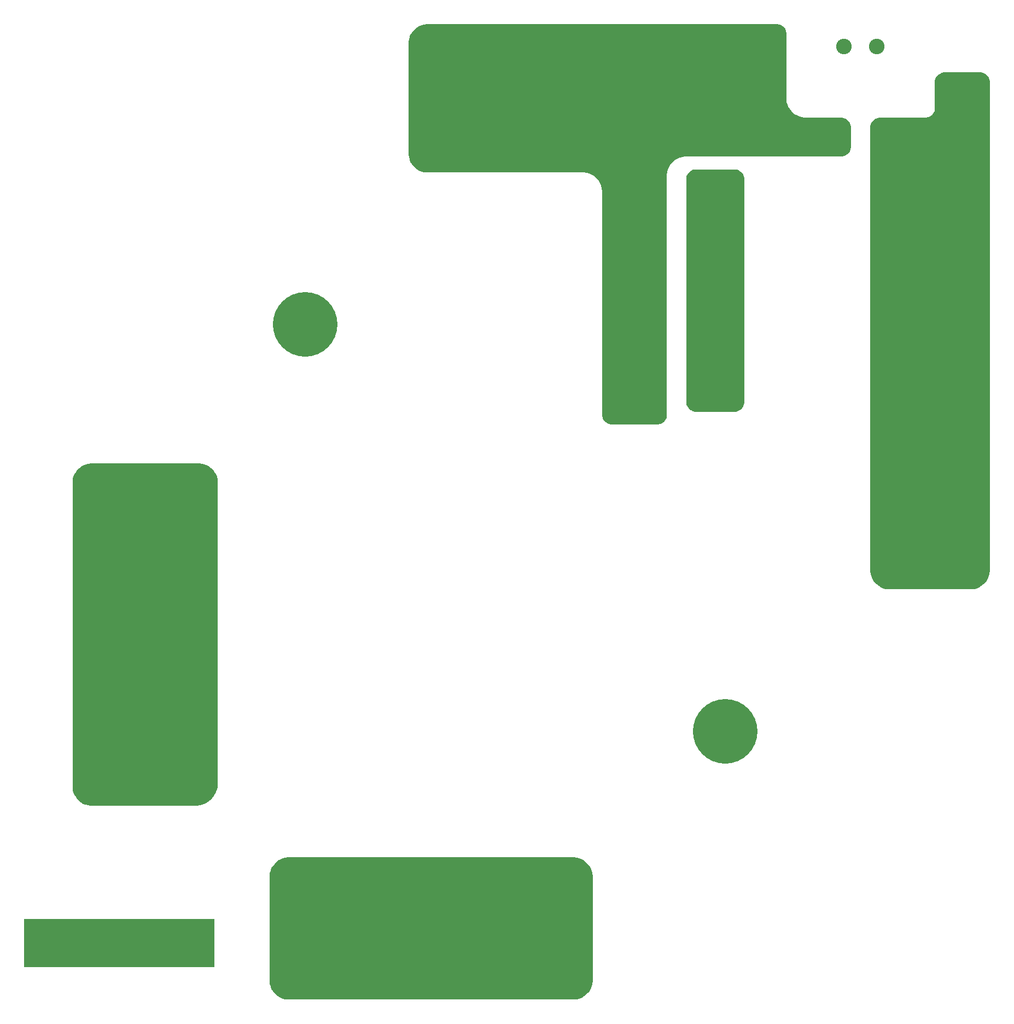
<source format=gbl>
%FSTAX23Y23*%
%MOIN*%
%SFA1B1*%

%IPPOS*%
%ADD11C,0.078700*%
%ADD12C,0.098400*%
%ADD13C,0.080000*%
%ADD14C,0.095000*%
%ADD15C,0.275600*%
%ADD16C,0.393700*%
%ADD17C,0.035400*%
%ADD18R,1.161400X0.295300*%
%LNr100.230.040.001-00_filtr1-1*%
%LPD*%
G36*
X01161Y03464D02*
X01169D01*
X01184Y03462*
X01199Y03458*
X01213Y03452*
X01227Y03444*
X01239Y03435*
X0125Y03424*
X01259Y03412*
X01267Y03398*
X01273Y03384*
X01277Y03369*
X01279Y03354*
Y03346*
Y01515*
Y01506*
X01277Y01488*
X01272Y01471*
X01265Y01454*
X01256Y01439*
X01245Y01424*
X01232Y01411*
X01218Y014*
X01202Y01391*
X01186Y01385*
X01168Y0138*
X0115Y01378*
X01141*
X00511*
X00504*
X00488Y0138*
X00473Y01384*
X00459Y01389*
X00446Y01397*
X00433Y01407*
X00422Y01418*
X00413Y0143*
X00405Y01443*
X00399Y01458*
X00395Y01473*
X00393Y01488*
Y01496*
Y03346*
Y03354*
X00395Y03369*
X00399Y03384*
X00405Y03398*
X00413Y03412*
X00422Y03424*
X00433Y03435*
X00446Y03444*
X00459Y03452*
X00473Y03458*
X00488Y03462*
X00504Y03464*
X00511*
X01161*
G37*
G36*
X03444Y01063D02*
D01*
X03452*
X03468Y01061*
X03482Y01057*
X03497Y01051*
X0351Y01043*
X03522Y01033*
X03533Y01022*
X03543Y0101*
X03551Y00997*
X03557Y00982*
X03561Y00968*
X03563Y00952*
Y00944*
Y00315*
Y00307*
X03561Y00291*
X03557Y00276*
X03551Y00262*
X03543Y00249*
X03533Y00236*
X03522Y00226*
X0351Y00216*
X03497Y00208*
X03482Y00202*
X03468Y00198*
X03452Y00196*
X03444*
X01712*
X01704*
X01689Y00198*
X01674Y00202*
X0166Y00208*
X01646Y00216*
X01634Y00226*
X01623Y00236*
X01614Y00249*
X01606Y00262*
X016Y00276*
X01596Y00291*
X01594Y00307*
Y00315*
Y00944*
Y00952*
X01596Y00968*
X016Y00982*
X01606Y00997*
X01614Y0101*
X01623Y01022*
X01634Y01033*
X01646Y01043*
X0166Y01051*
X01674Y01057*
X01689Y01061*
X01704Y01063*
X01712*
X03444*
G37*
G36*
X04429Y05255D02*
D01*
X04434*
X04446Y05253*
X04457Y05249*
X04466Y05242*
X04475Y05234*
X04481Y05224*
X04485Y05214*
X04488Y05202*
Y05196*
Y03838*
Y03832*
X04485Y03821*
X04481Y0381*
X04475Y038*
X04466Y03792*
X04457Y03786*
X04446Y03781*
X04434Y03779*
X04429*
X04192*
X04187*
X04175Y03781*
X04164Y03786*
X04155Y03792*
X04147Y038*
X0414Y0381*
X04136Y03821*
X04133Y03832*
Y03838*
Y05196*
Y05202*
X04136Y05214*
X0414Y05224*
X04147Y05234*
X04155Y05242*
X04164Y05249*
X04175Y05253*
X04187Y05255*
X04192*
X04429*
G37*
G36*
X04685Y06141D02*
D01*
X0469*
X04702Y06139*
X04713Y06135*
X04722Y06128*
X0473Y0612*
X04737Y0611*
X04741Y06099*
X04744Y06088*
Y06082*
Y05689*
X04744Y05681*
X04746Y05665*
X0475Y05651*
X04756Y05636*
X04764Y05623*
X04773Y05611*
X04784Y056*
X04796Y0559*
X0481Y05583*
X04824Y05577*
X04839Y05573*
X04854Y05571*
X04862Y0557*
X05078*
X05084*
X05096Y05568*
X05106Y05564*
X05116Y05557*
X05124Y05549*
X05131Y05539*
X05135Y05529*
X05137Y05517*
Y05511*
Y05393*
Y05387*
X05135Y05376*
X05131Y05365*
X05124Y05356*
X05116Y05347*
X05106Y05341*
X05096Y05336*
X05084Y05334*
X05078*
X04862*
X04133*
X04126Y05334*
X0411Y05332*
X04095Y05328*
X04081Y05322*
X04068Y05314*
X04056Y05305*
X04045Y05294*
X04035Y05282*
X04027Y05268*
X04022Y05254*
X04018Y05239*
X04016Y05224*
X04015Y05216*
Y03759*
Y03754*
X04013Y03742*
X04009Y03731*
X04002Y03722*
X03994Y03714*
X03984Y03707*
X03973Y03703*
X03962Y037*
X03956*
X03681*
X03675*
X03663Y03703*
X03653Y03707*
X03643Y03714*
X03635Y03722*
X03628Y03731*
X03624Y03742*
X03622Y03754*
Y03759*
Y05118*
X03621Y05125*
X03619Y05141*
X03615Y05156*
X03609Y0517*
X03602Y05183*
X03592Y05196*
X03581Y05206*
X03569Y05216*
X03556Y05224*
X03541Y0523*
X03527Y05234*
X03511Y05236*
X03503Y05236*
X02559*
X02551*
X02536Y05238*
X02521Y05242*
X02506Y05248*
X02493Y05255*
X02481Y05265*
X0247Y05276*
X0246Y05288*
X02452Y05302*
X02447Y05316*
X02443Y05331*
X0244Y05346*
Y05354*
Y06018*
Y06023*
Y06031*
X02443Y06046*
X02447Y06061*
X02452Y06076*
X0246Y06089*
X0247Y06101*
X02481Y06112*
X02493Y06122*
X02506Y06129*
X02521Y06135*
X02536Y06139*
X02551Y06141*
X02559*
X04685*
G37*
G36*
X05925Y05846D02*
D01*
X05931*
X05942Y05844*
X05953Y05839*
X05962Y05833*
X05971Y05825*
X05977Y05815*
X05982Y05804*
X05984Y05793*
Y05787*
Y02815*
Y02807*
X05982Y02791*
X05978Y02776*
X05972Y02762*
X05964Y02749*
X05955Y02736*
X05944Y02726*
X05931Y02716*
X05918Y02708*
X05904Y02702*
X05889Y02698*
X05873Y02696*
X05866*
X05374*
X05366*
X0535Y02698*
X05336Y02702*
X05321Y02708*
X05308Y02716*
X05296Y02726*
X05285Y02736*
X05275Y02749*
X05267Y02762*
X05261Y02776*
X05257Y02791*
X05255Y02807*
Y02815*
Y05511*
Y05517*
X05258Y05529*
X05262Y05539*
X05269Y05549*
X05277Y05557*
X05287Y05564*
X05297Y05568*
X05309Y0557*
X05315*
X0559*
X05596Y05571*
X05607Y05573*
X05618Y05577*
X05628Y05584*
X05636Y05592*
X05642Y05602*
X05647Y05612*
X05649Y05624*
X05649Y05629*
Y05782*
Y05787*
Y05793*
X05651Y05804*
X05656Y05815*
X05662Y05825*
X05671Y05833*
X0568Y05839*
X05691Y05844*
X05702Y05846*
X05708*
X05925*
G37*
G54D11*
X05046Y05452D03*
X05346D03*
G54D12*
X04232Y03917D03*
X0383D03*
X0424Y0433D03*
X03838D03*
X0424Y04744D03*
X03838D03*
X0424Y05157D03*
X03838D03*
G54D13*
X04389Y0494D03*
X05866D03*
Y04094D03*
X04389D03*
G54D14*
X00685Y01771D03*
X00885D03*
X04488Y05548D03*
Y05748D03*
X01889Y00613D03*
Y00413D03*
X05843Y0574D03*
Y0554D03*
X05095Y06003D03*
X05295D03*
G54D15*
X05728Y03189D03*
X03012Y00471D03*
X00709Y02736D03*
X02913Y05884D03*
G54D16*
X0437Y0183D03*
X01811Y04311D03*
G54D17*
X01677Y00259D03*
Y00338D03*
Y00417D03*
Y00496D03*
Y00574D03*
Y00653D03*
Y00732D03*
Y00811D03*
Y00889D03*
Y00968D03*
X01755Y00259D03*
Y00338D03*
Y00417D03*
Y00496D03*
Y00574D03*
Y00653D03*
Y00732D03*
Y00811D03*
Y00889D03*
Y00968D03*
X01834Y00259D03*
Y00338D03*
Y00732D03*
Y00811D03*
Y00889D03*
Y00968D03*
X01913Y00259D03*
Y00338D03*
Y00732D03*
Y00811D03*
Y00889D03*
Y00968D03*
X01992Y00259D03*
Y00338D03*
Y00417D03*
Y00496D03*
Y00574D03*
Y00653D03*
Y00732D03*
Y00811D03*
Y00889D03*
Y00968D03*
X0207Y00259D03*
Y00338D03*
Y00417D03*
Y00496D03*
Y00574D03*
Y00653D03*
Y00732D03*
Y00811D03*
Y00889D03*
Y00968D03*
X02149Y00259D03*
Y00338D03*
Y00417D03*
Y00496D03*
Y00574D03*
Y00653D03*
Y00732D03*
Y00811D03*
Y00889D03*
Y00968D03*
X027Y00259D03*
Y00338D03*
Y00417D03*
Y00496D03*
Y00574D03*
Y00653D03*
Y00732D03*
Y00811D03*
Y00889D03*
Y00968D03*
X02779Y00259D03*
Y00338D03*
Y00417D03*
Y00496D03*
Y00574D03*
Y00653D03*
Y00732D03*
Y00811D03*
Y00889D03*
Y00968D03*
X02858Y00259D03*
Y00574D03*
Y00653D03*
Y00732D03*
Y00811D03*
Y00889D03*
Y00968D03*
X02937Y00259D03*
Y00653D03*
Y00732D03*
Y00811D03*
Y00889D03*
Y00968D03*
X03015Y00259D03*
Y00653D03*
Y00732D03*
Y00811D03*
Y00889D03*
Y00968D03*
X03094Y00259D03*
Y00653D03*
Y00732D03*
Y00811D03*
Y00889D03*
Y00968D03*
X03173Y00259D03*
Y00338D03*
Y00417D03*
Y00496D03*
Y00574D03*
Y00653D03*
Y00732D03*
Y00811D03*
Y00889D03*
Y00968D03*
X03252Y00259D03*
Y00338D03*
Y00417D03*
Y00496D03*
Y00574D03*
Y00653D03*
Y00732D03*
Y00811D03*
Y00889D03*
Y00968D03*
X00417Y01519D03*
Y01598D03*
Y01677D03*
Y01755D03*
Y01834D03*
Y01913D03*
Y01992D03*
X00496Y01519D03*
Y01598D03*
Y01677D03*
Y01755D03*
Y01834D03*
Y01913D03*
Y01992D03*
X00574Y01519D03*
Y01598D03*
Y01677D03*
Y01755D03*
Y01834D03*
Y01913D03*
Y01992D03*
X00653Y01519D03*
Y01598D03*
Y01677D03*
Y01913D03*
Y01992D03*
X00732Y01519D03*
Y01598D03*
Y01677D03*
Y01834D03*
Y01913D03*
Y01992D03*
X00811Y01519D03*
Y01598D03*
Y01677D03*
Y01755D03*
Y01834D03*
Y01913D03*
Y01992D03*
X00889Y01519D03*
Y01598D03*
Y01677D03*
Y01913D03*
Y01992D03*
X00968Y01519D03*
Y01598D03*
Y01677D03*
Y01755D03*
Y01834D03*
Y01913D03*
Y01992D03*
X01047Y01519D03*
Y01598D03*
Y01677D03*
Y01755D03*
Y01834D03*
Y01913D03*
Y01992D03*
X01126Y01519D03*
Y01598D03*
Y01677D03*
Y01755D03*
Y01834D03*
Y01913D03*
Y01992D03*
X01204Y01519D03*
Y01598D03*
Y01677D03*
Y01755D03*
Y01834D03*
Y01913D03*
Y01992D03*
X00417Y02307D03*
Y02385D03*
Y02464D03*
Y02543D03*
Y02622D03*
Y027D03*
Y02779D03*
Y02858D03*
Y02937D03*
X00496Y02307D03*
Y02385D03*
Y02464D03*
Y02543D03*
Y02622D03*
Y027D03*
Y02779D03*
Y02858D03*
Y02937D03*
X00574Y02307D03*
Y02385D03*
Y02464D03*
Y02543D03*
Y02858D03*
Y02937D03*
X00653Y02307D03*
Y02385D03*
Y02464D03*
Y02937D03*
X00732Y02307D03*
Y02385D03*
Y02464D03*
Y02937D03*
X00811Y02307D03*
Y02385D03*
Y02464D03*
Y02543D03*
Y02858D03*
Y02937D03*
X00889Y02307D03*
Y02385D03*
Y02464D03*
Y02543D03*
Y02622D03*
Y027D03*
Y02779D03*
Y02858D03*
Y02937D03*
X00968Y02307D03*
Y02385D03*
Y02464D03*
Y02543D03*
Y02622D03*
Y027D03*
Y02779D03*
Y02858D03*
Y02937D03*
X01047Y02307D03*
Y02385D03*
Y02464D03*
Y02543D03*
Y02622D03*
Y027D03*
Y02779D03*
Y02858D03*
Y02937D03*
X01126Y02307D03*
Y02385D03*
Y02464D03*
Y02543D03*
Y02622D03*
Y027D03*
Y02779D03*
Y02858D03*
Y02937D03*
X01204Y02307D03*
Y02385D03*
Y02464D03*
Y02543D03*
Y02622D03*
Y027D03*
Y02779D03*
Y02858D03*
Y02937D03*
X05299Y02779D03*
Y02858D03*
Y02937D03*
Y03015D03*
Y03094D03*
Y03173D03*
Y03252D03*
Y0333D03*
Y03409D03*
Y03488D03*
Y03566D03*
Y03645D03*
X05378Y02779D03*
Y02858D03*
Y02937D03*
Y03015D03*
Y03094D03*
Y03173D03*
Y03252D03*
Y0333D03*
Y03409D03*
Y03488D03*
Y03566D03*
Y03645D03*
X05456Y02779D03*
Y02858D03*
Y02937D03*
Y03015D03*
Y03094D03*
Y03173D03*
Y03252D03*
Y0333D03*
Y03409D03*
Y03488D03*
Y03566D03*
Y03645D03*
X05535Y02779D03*
Y02858D03*
Y02937D03*
Y03015D03*
Y03094D03*
Y03173D03*
Y03252D03*
Y0333D03*
Y03409D03*
Y03488D03*
Y03566D03*
Y03645D03*
X05614Y02779D03*
Y02858D03*
Y02937D03*
Y03015D03*
Y03409D03*
Y03488D03*
Y03566D03*
Y03645D03*
X05692Y02779D03*
Y02858D03*
Y02937D03*
Y03015D03*
Y03409D03*
Y03488D03*
Y03566D03*
Y03645D03*
X05771Y02779D03*
Y02858D03*
Y02937D03*
Y03015D03*
Y03409D03*
Y03488D03*
Y03566D03*
Y03645D03*
X0585Y02779D03*
Y02858D03*
Y02937D03*
Y03015D03*
Y03409D03*
Y03488D03*
Y03566D03*
Y03645D03*
X05929Y02779D03*
Y02858D03*
Y02937D03*
Y03015D03*
Y03094D03*
Y0333D03*
Y03409D03*
Y03488D03*
Y03566D03*
Y03645D03*
X02464Y05378D03*
Y05456D03*
Y05535D03*
Y05614D03*
Y05692D03*
Y05771D03*
Y0585D03*
Y05929D03*
Y06007D03*
X02543Y05299D03*
Y05378D03*
Y05456D03*
Y05535D03*
Y05614D03*
Y05692D03*
Y05771D03*
Y0585D03*
Y05929D03*
Y06007D03*
X02622Y05299D03*
Y05378D03*
Y05456D03*
Y05535D03*
Y05614D03*
Y05692D03*
Y05771D03*
Y0585D03*
Y05929D03*
Y06007D03*
X027Y05299D03*
Y05378D03*
Y05456D03*
Y05535D03*
Y05614D03*
Y05692D03*
Y05771D03*
Y0585D03*
Y05929D03*
Y06007D03*
X02779Y05299D03*
Y05378D03*
Y05456D03*
Y05535D03*
Y05614D03*
Y05692D03*
Y05771D03*
X02858Y05299D03*
Y05378D03*
Y05456D03*
Y05535D03*
Y05614D03*
Y05692D03*
X02937Y05299D03*
Y05378D03*
Y05456D03*
Y05535D03*
Y05614D03*
Y05692D03*
X03015Y05299D03*
Y05378D03*
Y05456D03*
Y05535D03*
Y05614D03*
Y05692D03*
X03094Y05299D03*
Y05378D03*
Y05456D03*
Y05535D03*
Y05614D03*
Y05692D03*
Y05771D03*
X03173Y05299D03*
Y05378D03*
Y05456D03*
Y05535D03*
Y05614D03*
Y05692D03*
Y05771D03*
Y0585D03*
Y05929D03*
Y06007D03*
X03252Y05299D03*
Y05378D03*
Y05456D03*
Y05535D03*
Y05614D03*
Y05692D03*
Y05771D03*
Y0585D03*
Y05929D03*
Y06007D03*
X0333Y05299D03*
Y05378D03*
Y05456D03*
Y05535D03*
Y05614D03*
Y05692D03*
Y05771D03*
Y0585D03*
Y05929D03*
Y06007D03*
X04275Y05378D03*
Y05456D03*
Y05535D03*
Y05614D03*
Y05692D03*
Y05771D03*
Y0585D03*
Y05929D03*
X04354Y05378D03*
Y05456D03*
Y05535D03*
Y05614D03*
Y05692D03*
Y05771D03*
Y0585D03*
Y05929D03*
X04433Y05378D03*
Y05456D03*
Y05614D03*
Y05692D03*
Y0585D03*
Y05929D03*
X04511Y05378D03*
Y05456D03*
Y0585D03*
Y05929D03*
X0459Y05378D03*
Y05456D03*
Y05535D03*
Y05614D03*
Y05692D03*
Y05771D03*
Y0585D03*
Y05929D03*
X05692Y05378D03*
Y05456D03*
Y05535D03*
Y05614D03*
Y05692D03*
Y05771D03*
X05771Y05378D03*
Y05456D03*
Y05535D03*
Y05614D03*
Y05692D03*
Y05771D03*
X0585Y05378D03*
Y05456D03*
Y05614D03*
X05929Y05378D03*
Y05456D03*
Y05535D03*
Y05614D03*
Y05692D03*
Y05771D03*
G54D18*
X00679Y00541D03*
M02*
</source>
